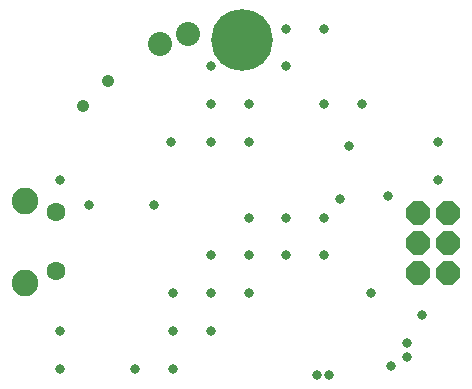
<source format=gbs>
G75*
%MOIN*%
%OFA0B0*%
%FSLAX25Y25*%
%IPPOS*%
%LPD*%
%AMOC8*
5,1,8,0,0,1.08239X$1,22.5*
%
%ADD10C,0.20600*%
%ADD11C,0.08000*%
%ADD12C,0.06309*%
%ADD13C,0.08868*%
%ADD14OC8,0.08000*%
%ADD15C,0.04143*%
%ADD16C,0.03300*%
D10*
X0084420Y0162780D03*
D11*
X0066486Y0164742D03*
X0057095Y0161306D03*
D12*
X0022730Y0105144D03*
X0022730Y0085459D03*
D13*
X0012141Y0081524D03*
X0012095Y0109096D03*
D14*
X0143261Y0104976D03*
X0143261Y0094976D03*
X0143261Y0084976D03*
X0153261Y0084976D03*
X0153261Y0094976D03*
X0153261Y0104976D03*
D15*
X0039828Y0148938D03*
X0031476Y0140586D03*
D16*
X0023777Y0053003D03*
X0023777Y0065601D03*
X0048974Y0053003D03*
X0061572Y0053003D03*
X0061572Y0065601D03*
X0061572Y0078199D03*
X0074171Y0078199D03*
X0074171Y0065601D03*
X0086769Y0078199D03*
X0086769Y0090798D03*
X0086769Y0103396D03*
X0074171Y0090798D03*
X0055273Y0107727D03*
X0060785Y0128593D03*
X0074171Y0128593D03*
X0086769Y0128593D03*
X0086769Y0141192D03*
X0074171Y0141192D03*
X0074171Y0153790D03*
X0099367Y0153790D03*
X0099367Y0166388D03*
X0111966Y0166388D03*
X0111966Y0141192D03*
X0124564Y0141192D03*
X0120234Y0127412D03*
X0133226Y0110680D03*
X0149761Y0115995D03*
X0149761Y0128593D03*
X0117084Y0109696D03*
X0111966Y0103396D03*
X0111966Y0090798D03*
X0099367Y0090798D03*
X0099367Y0103396D03*
X0127515Y0078128D03*
X0139525Y0061664D03*
X0139525Y0056940D03*
X0134407Y0053790D03*
X0144643Y0071113D03*
X0113541Y0051034D03*
X0109604Y0051034D03*
X0033619Y0107727D03*
X0023777Y0115995D03*
M02*

</source>
